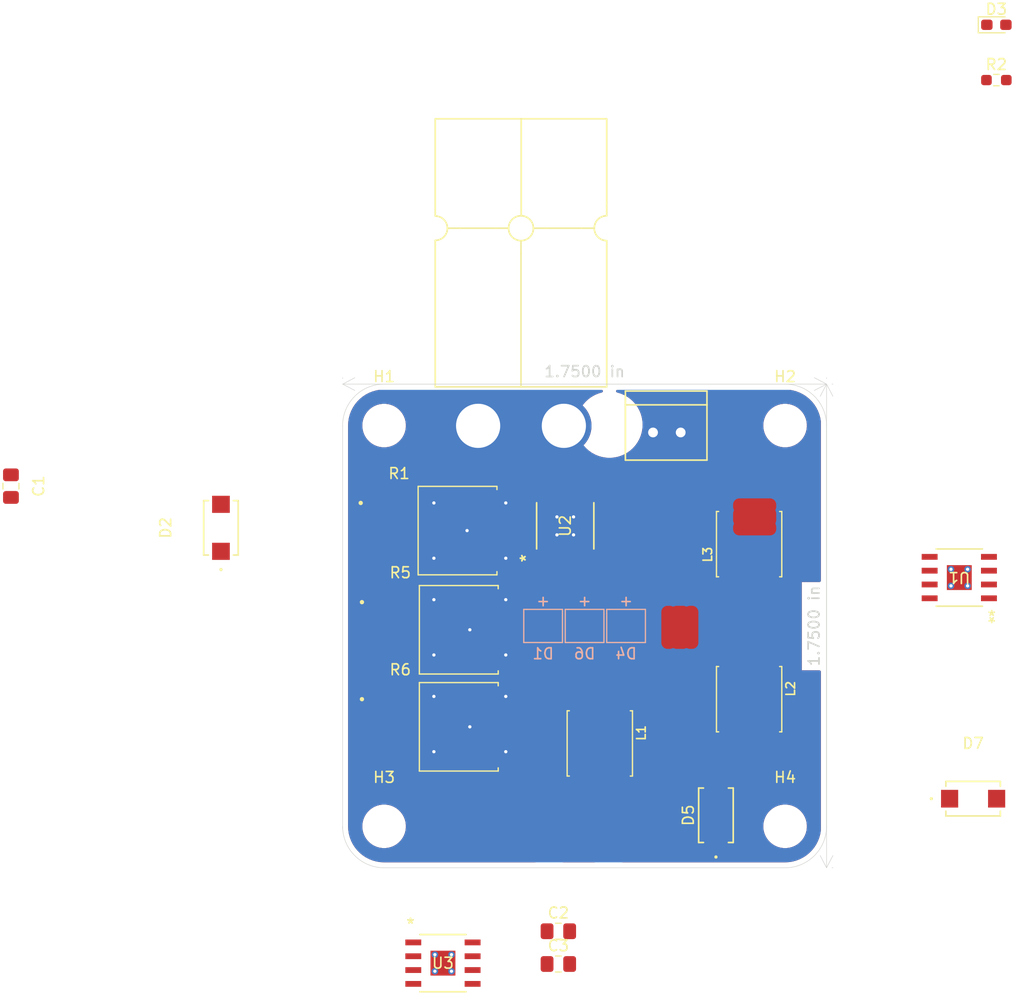
<source format=kicad_pcb>
(kicad_pcb (version 20240108) (generator "pcbnew") (generator_version "8.0")
  (layers (0 "F.Cu" signal) (31 "B.Cu" signal) (34 "B.Paste" user) (35 "F.Paste" user) (36 "B.SilkS" user "B.Silkscreen") (37 "F.SilkS" user "F.Silkscreen") (38 "B.Mask" user) (39 "F.Mask" user) (44 "Edge.Cuts" user))
  (net 0 "")
  (net 1 "GND")
  (net 2 "+12V")
  (net 3 "VSET")
  (net 4 "Net-(D1-A)")
  (net 5 "Net-(D1-K)")
  (net 6 "Net-(D3-A)")
  (net 7 "Net-(D4-A)")
  (net 8 "Net-(D4-K)")
  (net 9 "Net-(D6-K)")
  (net 10 "Net-(D6-A)")
  (net 11 "Net-(D2-A)")
  (net 12 "Net-(D5-A)")
  (net 13 "Net-(D7-A)")
  (footprint "MountingHole:MountingHole_3.5mm" (layer "F.Cu") (at 130.81 91.44)
    (property "Reference" "H3" (at 0 -4.5 0) (layer "F.SilkS"))
    (property "Value" "MountingHole")
    (pad "" np_thru_hole circle (at 0 0) (size 3.5 3.5) (drill 3.5) (layers "*.Cu" "*.Mask"))
  )
  (footprint "Capacitor_SMD:C_0805_2012Metric_Pad1.18x1.45mm_HandSolder" (layer "F.Cu") (at 146.8151 101.0812)
    (property "Reference" "C2" (at 0 -1.68 0) (layer "F.SilkS"))
    (property "Value" "22uF")
    (fp_line (start -0.261252 -0.735) (end 0.261252 -0.735) (stroke (width 0.12)) (layer "F.SilkS"))
    (fp_line (start -0.261252 0.735) (end 0.261252 0.735) (stroke (width 0.12)) (layer "F.SilkS"))
    (pad "1" smd roundrect (at -1.0375 0) (size 1.175 1.45) (layers "F.Cu" "F.Paste" "F.Mask") (roundrect_rratio 0.212766) (net 2 "+12V"))
    (pad "2" smd roundrect (at 1.0375 0) (size 1.175 1.45) (layers "F.Cu" "F.Paste" "F.Mask") (roundrect_rratio 0.212766) (net 1 "GND"))
  )
  (footprint "autofluorescence_board:SOIC_863ECR_DIO" (layer "F.Cu") (at 147.447 63.82385 90)
    (property "Reference" "U2" (at 0 0 90) (layer "F.SilkS"))
    (property "Value" "PAM2863ECR")
    (fp_line (start 2.1209 -2.6289) (end -2.1209 -2.6289) (stroke (width 0.1524)) (layer "F.SilkS"))
    (fp_line (start -2.1209 2.6289) (end 2.1209 2.6289) (stroke (width 0.1524)) (layer "F.SilkS"))
    (fp_text user "*" (at -2.97815 -3.5814 90) (layer "F.SilkS"))
    (fp_text user "*" (at -2.97815 -3.5814 90) (layer "F.SilkS"))
    (pad "1" smd rect (at -2.72415 -1.905 90) (size 1.4605 0.5334) (layers "F.Cu" "F.Paste" "F.Mask") (net 2 "+12V"))
    (pad "2" smd rect (at -2.72415 -0.635 90) (size 1.4605 0.5334) (layers "F.Cu" "F.Paste" "F.Mask") (net 7 "Net-(D4-A)"))
    (pad "3" smd rect (at -2.72415 0.635 90) (size 1.4605 0.5334) (layers "F.Cu" "F.Paste" "F.Mask") (net 1 "GND"))
    (pad "4" smd rect (at -2.72415 1.905 90) (size 1.4605 0.5334) (layers "F.Cu" "F.Paste" "F.Mask") (net 3 "VSET"))
    (pad "5" smd rect (at 2.72415 1.905 90) (size 1.4605 0.5334) (layers "F.Cu" "F.Paste" "F.Mask") (net 12 "Net-(D5-A)"))
    (pad "6" smd rect (at 2.72415 0.635 90) (size 1.4605 0.5334) (layers "F.Cu" "F.Paste" "F.Mask") (net 12 "Net-(D5-A)"))
    (pad "7" smd rect (at 2.72415 -0.635 90) (size 1.4605 0.5334) (layers "F.Cu" "F.Paste" "F.Mask") (net 1 "GND"))
    (pad "8" smd rect (at 2.72415 -1.905 90) (size 1.4605 0.5334) (layers "F.Cu" "F.Paste" "F.Mask") (net 1 "GND"))
    (pad "EPAD" smd rect (at 0 0 90) (size 2.286 2.286) (layers "F.Cu" "F.Paste" "F.Mask") (net 1 "GND"))
  )
  (footprint "MountingHole:MountingHole_3.5mm" (layer "F.Cu") (at 167.64 54.61)
    (property "Reference" "H2" (at 0 -4.5 0) (layer "F.SilkS"))
    (property "Value" "MountingHole")
    (pad "" np_thru_hole circle (at 0 0) (size 3.5 3.5) (drill 3.5) (layers "*.Cu" "*.Mask"))
  )
  (footprint "Capacitor_SMD:C_0805_2012Metric_Pad1.18x1.45mm_HandSolder" (layer "F.Cu") (at 96.534 60.1765 90)
    (property "Reference" "C1" (at 0 2.54 90) (layer "F.SilkS"))
    (property "Value" "22uF")
    (fp_line (start -0.261252 -0.735) (end 0.261252 -0.735) (stroke (width 0.12)) (layer "F.SilkS"))
    (fp_line (start -0.261252 0.735) (end 0.261252 0.735) (stroke (width 0.12)) (layer "F.SilkS"))
    (pad "1" smd roundrect (at -1.0375 0 90) (size 1.175 1.45) (layers "F.Cu" "F.Paste" "F.Mask") (roundrect_rratio 0.212766) (net 2 "+12V"))
    (pad "2" smd roundrect (at 1.0375 0 90) (size 1.175 1.45) (layers "F.Cu" "F.Paste" "F.Mask") (roundrect_rratio 0.212766) (net 1 "GND"))
  )
  (footprint "autofluorescence_board:PWR163S-25-R100FE" (layer "F.Cu") (at 136.01 64.262)
    (property "Reference" "R1" (at -3.825 -5.245 360) (layer "F.SilkS"))
    (property "Value" "0.1R")
    (fp_line (start -2.075 -4.065) (end 5.165 -4.065) (stroke (width 0.127)) (layer "F.SilkS"))
    (fp_line (start -2.075 4.065) (end -2.075 -4.065) (stroke (width 0.127)) (layer "F.SilkS"))
    (fp_line (start 5.165 -4.065) (end 5.165 -3.77) (stroke (width 0.127)) (layer "F.SilkS"))
    (fp_line (start 5.165 4.065) (end -2.075 4.065) (stroke (width 0.127)) (layer "F.SilkS"))
    (fp_line (start 5.165 4.065) (end 5.165 3.77) (stroke (width 0.127)) (layer "F.SilkS"))
    (fp_circle (center -7.35 -2.54) (end -7.25 -2.54) (stroke (width 0.2)) (fill none) (layer "F.SilkS"))
    (pad "1" smd rect (at -5.2 -2.54) (size 2.99 1.34) (layers "F.Cu" "F.Paste" "F.Mask") (net 2 "+12V"))
    (pad "2" smd rect (at -5.2 2.54) (size 2.99 1.34) (layers "F.Cu" "F.Paste" "F.Mask") (net 4 "Net-(D1-A)"))
    (pad "3" smd rect (at 2.56 0) (size 8.26 6.9) (layers "F.Cu" "F.Mask") (net 1 "GND"))
  )
  (footprint "autofluorescence_board:SRN6045TA-470M" (layer "F.Cu") (at 150.622 83.82 -90)
    (property "Reference" "L1" (at -0.96 -3.808 -90) (layer "F.SilkS") (effects (font (size 0.8 0.8))))
    (property "Value" "47uH")
    (fp_line (start -3 3) (end 3 3) (stroke (width 0.127)) (layer "F.SilkS"))
    (fp_line (start 3 3) (end 3 2.8) (stroke (width 0.127)) (layer "F.SilkS"))
    (fp_line (start -3 2.8) (end -3 3) (stroke (width 0.127)) (layer "F.SilkS"))
    (fp_line (start -3 -2.8) (end -3 -3) (stroke (width 0.127)) (layer "F.SilkS"))
    (fp_line (start -3 -3) (end 3 -3) (stroke (width 0.127)) (layer "F.SilkS"))
    (fp_line (start 3 -3) (end 3 -2.8) (stroke (width 0.127)) (layer "F.SilkS"))
    (pad "1" smd rect (at -2.075 0 270) (size 2.35 5.1) (layers "F.Cu" "F.Paste" "F.Mask") (net 5 "Net-(D1-K)"))
    (pad "2" smd rect (at 2.075 0 270) (size 2.35 5.1) (layers "F.Cu" "F.Paste" "F.Mask") (net 11 "Net-(D2-A)"))
  )
  (footprint "autofluorescence_board:SOIC_863ECR_DIO" (layer "F.Cu") (at 136.21385 104.013)
    (property "Reference" "U3" (at 0 0 0) (layer "F.SilkS"))
    (property "Value" "PAM2863ECR")
    (fp_line (start -2.1209 2.6289) (end 2.1209 2.6289) (stroke (width 0.1524)) (layer "F.SilkS"))
    (fp_line (start 2.1209 -2.6289) (end -2.1209 -2.6289) (stroke (width 0.1524)) (layer "F.SilkS"))
    (fp_text user "*" (at -2.97815 -3.5814 0) (layer "F.SilkS"))
    (fp_text user "*" (at -2.97815 -3.5814 0) (layer "F.SilkS"))
    (pad "1" smd rect (at -2.72415 -1.905) (size 1.4605 0.5334) (layers "F.Cu" "F.Paste" "F.Mask") (net 2 "+12V"))
    (pad "2" smd rect (at -2.72415 -0.635) (size 1.4605 0.5334) (layers "F.Cu" "F.Paste" "F.Mask") (net 10 "Net-(D6-A)"))
    (pad "3" smd rect (at -2.72415 0.635) (size 1.4605 0.5334) (layers "F.Cu" "F.Paste" "F.Mask") (net 1 "GND"))
    (pad "4" smd rect (at -2.72415 1.905) (size 1.4605 0.5334) (layers "F.Cu" "F.Paste" "F.Mask") (net 3 "VSET"))
    (pad "5" smd rect (at 2.72415 1.905) (size 1.4605 0.5334) (layers "F.Cu" "F.Paste" "F.Mask") (net 13 "Net-(D7-A)"))
    (pad "6" smd rect (at 2.72415 0.635) (size 1.4605 0.5334) (layers "F.Cu" "F.Paste" "F.Mask") (net 13 "Net-(D7-A)"))
    (pad "7" smd rect (at 2.72415 -0.635) (size 1.4605 0.5334) (layers "F.Cu" "F.Paste" "F.Mask") (net 1 "GND"))
    (pad "8" smd rect (at 2.72415 -1.905) (size 1.4605 0.5334) (layers "F.Cu" "F.Paste" "F.Mask") (net 1 "GND"))
    (pad "EPAD" smd rect (at 0 0) (size 2.286 2.286) (layers "F.Cu" "F.Paste" "F.Mask") (net 1 "GND"))
  )
  (footprint "autofluorescence_board:SRN6045TA-470M" (layer "F.Cu") (at 164.338 79.756 -90)
    (property "Reference" "L2" (at -0.96 -3.808 -90) (layer "F.SilkS") (effects (font (size 0.8 0.8))))
    (property "Value" "47uH")
    (fp_line (start -3 3) (end 3 3) (stroke (width 0.127)) (layer "F.SilkS"))
    (fp_line (start 3 3) (end 3 2.8) (stroke (width 0.127)) (layer "F.SilkS"))
    (fp_line (start -3 2.8) (end -3 3) (stroke (width 0.127)) (layer "F.SilkS"))
    (fp_line (start -3 -2.8) (end -3 -3) (stroke (width 0.127)) (layer "F.SilkS"))
    (fp_line (start -3 -3) (end 3 -3) (stroke (width 0.127)) (layer "F.SilkS"))
    (fp_line (start 3 -3) (end 3 -2.8) (stroke (width 0.127)) (layer "F.SilkS"))
    (pad "1" smd rect (at -2.075 0 270) (size 2.35 5.1) (layers "F.Cu" "F.Paste" "F.Mask") (net 8 "Net-(D4-K)"))
    (pad "2" smd rect (at 2.075 0 270) (size 2.35 5.1) (layers "F.Cu" "F.Paste" "F.Mask") (net 12 "Net-(D5-A)"))
  )
  (footprint "Capacitor_SMD:C_0805_2012Metric_Pad1.18x1.45mm_HandSolder" (layer "F.Cu") (at 146.8151 104.0912)
    (property "Reference" "C3" (at 0 -1.68 0) (layer "F.SilkS"))
    (property "Value" "22uF")
    (fp_line (start -0.261252 -0.735) (end 0.261252 -0.735) (stroke (width 0.12)) (layer "F.SilkS"))
    (fp_line (start -0.261252 0.735) (end 0.261252 0.735) (stroke (width 0.12)) (layer "F.SilkS"))
    (pad "1" smd roundrect (at -1.0375 0) (size 1.175 1.45) (layers "F.Cu" "F.Paste" "F.Mask") (roundrect_rratio 0.212766) (net 2 "+12V"))
    (pad "2" smd roundrect (at 1.0375 0) (size 1.175 1.45) (layers "F.Cu" "F.Paste" "F.Mask") (roundrect_rratio 0.212766) (net 1 "GND"))
  )
  (footprint "autofluorescence_board:PWR163S-25-R100FE" (layer "F.Cu") (at 136.124 82.296)
    (property "Reference" "R6" (at -3.825 -5.245 0) (layer "F.SilkS"))
    (property "Value" "0.1R")
    (fp_line (start -2.075 -4.065) (end 5.165 -4.065) (stroke (width 0.127)) (layer "F.SilkS"))
    (fp_line (start -2.075 4.065) (end -2.075 -4.065) (stroke (width 0.127)) (layer "F.SilkS"))
    (fp_line (start 5.165 -4.065) (end 5.165 -3.77) (stroke (width 0.127)) (layer "F.SilkS"))
    (fp_line (start 5.165 4.065) (end -2.075 4.065) (stroke (width 0.127)) (layer "F.SilkS"))
    (fp_line (start 5.165 4.065) (end 5.165 3.77) (stroke (width 0.127)) (layer "F.SilkS"))
    (fp_circle (center -7.35 -2.54) (end -7.25 -2.54) (stroke (width 0.2)) (fill none) (layer "F.SilkS"))
    (pad "1" smd rect (at -5.2 -2.54) (size 2.99 1.34) (layers "F.Cu" "F.Paste" "F.Mask") (net 2 "+12V"))
    (pad "2" smd rect (at -5.2 2.54) (size 2.99 1.34) (layers "F.Cu" "F.Paste" "F.Mask") (net 10 "Net-(D6-A)"))
    (pad "3" smd rect (at 2.56 0) (size 8.26 6.9) (layers "F.Cu" "F.Mask") (net 1 "GND"))
  )
  (footprint "MRDT_Connectors:MOLEX_SL_02_Vertical" (layer "F.Cu") (at 155.5115 55.245)
    (property "Reference" "Conn2" (hide yes))
    (property "Value" "Molex_SL_02")
    (fp_line (start -2.54 -3.81) (end 4.953 -3.81) (stroke (width 0.15)) (layer "F.SilkS"))
    (fp_line (start -2.54 -2.54) (end -2.54 -3.81) (stroke (width 0.15)) (layer "F.SilkS"))
    (fp_line (start -2.54 -2.54) (end -2.54 2.54) (stroke (width 0.15)) (layer "F.SilkS"))
    (fp_line (start -2.54 -2.54) (end 4.953 -2.54) (stroke (width 0.15)) (layer "F.SilkS"))
    (fp_line (start 4.953 -3.81) (end 4.953 -2.54) (stroke (width 0.15)) (layer "F.SilkS"))
    (fp_line (start 4.953 -2.54) (end 4.953 2.54) (stroke (width 0.15)) (layer "F.SilkS"))
    (fp_line (start 4.953 2.54) (end -2.54 2.54) (stroke (width 0.15)) (layer "F.SilkS"))
    (pad "1" thru_hole circle (at 0 0) (size 1.524 1.524) (drill 0.9) (layers "*.Cu" "*.Mask") (net 3 "VSET"))
    (pad "2" thru_hole circle (at 2.54 0) (size 1.524 1.524) (drill 0.9) (layers "*.Cu" "*.Mask") (net 1 "GND"))
  )
  (footprint "Resistor_SMD:R_0603_1608Metric_Pad0.98x0.95mm_HandSolder" (layer "F.Cu") (at 187.0475 22.86)
    (property "Reference" "R2" (at 0 -1.43 0) (layer "F.SilkS"))
    (property "Value" "2.2k")
    (fp_line (start -0.254724 -0.5225) (end 0.254724 -0.5225) (stroke (width 0.12)) (layer "F.SilkS"))
    (fp_line (start -0.254724 0.5225) (end 0.254724 0.5225) (stroke (width 0.12)) (layer "F.SilkS"))
    (pad "1" smd roundrect (at -0.9125 0) (size 0.975 0.95) (layers "F.Cu" "F.Paste" "F.Mask") (net 2 "+12V"))
    (pad "2" smd roundrect (at 0.9125 0) (size 0.975 0.95) (layers "F.Cu" "F.Paste" "F.Mask") (net 6 "Net-(D3-A)"))
  )
  (footprint "autofluorescence_board:SK34A-LTP" (layer "F.Cu") (at 161.29 90.424 90)
    (property "Reference" "D5" (at 0 -2.54 90) (layer "F.SilkS"))
    (property "Value" "D_Schottky")
    (fp_line (start 2.5019 -1.5875) (end -2.5019 -1.5875) (stroke (width 0.1524)) (layer "F.SilkS"))
    (fp_line (start -2.5019 -1.5875) (end -2.5019 -1.14554) (stroke (width 0.1524)) (layer "F.SilkS"))
    (fp_line (start 2.5019 -1.14554) (end 2.5019 -1.5875) (stroke (width 0.1524)) (layer "F.SilkS"))
    (fp_line (start -2.5019 1.14554) (end -2.5019 1.5875) (stroke (width 0.1524)) (layer "F.SilkS"))
    (fp_line (start 2.5019 1.5875) (end 2.5019 1.14554) (stroke (width 0.1524)) (layer "F.SilkS"))
    (fp_line (start -2.5019 1.5875) (end 2.5019 1.5875) (stroke (width 0.1524)) (layer "F.SilkS"))
    (fp_circle (center -3.8354 0) (end -3.7592 0) (stroke (width 0.1524)) (fill none) (layer "F.SilkS"))
    (pad "1" smd rect (at -2.159 0 90) (size 1.5748 1.6256) (layers "F.Cu" "F.Paste" "F.Mask") (net 2 "+12V"))
    (pad "2" smd rect (at 2.159 0 90) (size 1.5748 1.6256) (layers "F.Cu" "F.Paste" "F.Mask") (net 12 "Net-(D5-A)"))
    (zone (net 0) (net_name "") (layer "F.Cu") (connect_pads (clearance 0)) (min_thickness 0.254)
      (keepout (tracks not_allowed) (vias not_allowed) (pads allowed) (copperpour not_allowed) (footprints allowed))
      (fill (thermal_gap 0.508) (thermal_bridge_width 0.508))
      (polygon (pts (xy 159.8803 91.7448) (xy 159.8803 89.1032) (xy 162.6997 89.1032) (xy 162.6997 91.7448)))
    )
  )
  (footprint "MountingHole:MountingHole_3.5mm" (layer "F.Cu") (at 167.64 91.44)
    (property "Reference" "H4" (at 0 -4.5 0) (layer "F.SilkS"))
    (property "Value" "MountingHole")
    (pad "" np_thru_hole circle (at 0 0) (size 3.5 3.5) (drill 3.5) (layers "*.Cu" "*.Mask"))
  )
  (footprint "MountingHole:MountingHole_3.5mm" (layer "F.Cu") (at 130.81 54.61)
    (property "Reference" "H1" (at 0 -4.5 0) (layer "F.SilkS"))
    (property "Value" "MountingHole")
    (pad "" np_thru_hole circle (at 0 0) (size 3.5 3.5) (drill 3.5) (layers "*.Cu" "*.Mask"))
  )
  (footprint "MRDT_Connectors:Anderson_2_Horizontal_Side_by_Side" (layer "F.Cu") (at 147.32 54.61 -90)
    (property "Reference" "Conn1" (hide yes))
    (property "Value" "AndersonPP")
    (fp_line (start -20.447 11.811) (end -19.2786 11.811) (stroke (width 0.15)) (layer "F.SilkS"))
    (fp_line (start -20.4216 11.811) (end -28.1686 11.811) (stroke (width 0.15)) (layer "F.SilkS"))
    (fp_line (start -15.8496 11.811) (end -3.556 11.811) (stroke (width 0.15)) (layer "F.SilkS"))
    (fp_line (start -15.8242 11.811) (end -17.018 11.811) (stroke (width 0.15)) (layer "F.SilkS"))
    (fp_line (start -18.1356 9.4996) (end -18.1356 10.668) (stroke (width 0.15)) (layer "F.SilkS"))
    (fp_line (start -18.1356 6.223) (end -18.1356 9.525) (stroke (width 0.15)) (layer "F.SilkS"))
    (fp_line (start -18.1356 6.223) (end -18.1356 5.08) (stroke (width 0.15)) (layer "F.SilkS"))
    (fp_line (start -15.8496 3.937) (end -16.9926 3.937) (stroke (width 0.15)) (layer "F.SilkS"))
    (fp_line (start -15.8496 3.937) (end -3.556 3.937) (stroke (width 0.15)) (layer "F.SilkS"))
    (fp_line (start -28.1686 3.9116) (end -19.2786 3.9116) (stroke (width 0.15)) (layer "F.SilkS"))
    (fp_line (start -18.1356 1.651) (end -18.1356 2.794) (stroke (width 0.15)) (layer "F.SilkS"))
    (fp_line (start -18.1356 1.651) (end -18.1356 -1.6256) (stroke (width 0.15)) (layer "F.SilkS"))
    (fp_line (start -18.1356 -2.794) (end -18.1356 -1.6256) (stroke (width 0.15)) (layer "F.SilkS"))
    (fp_line (start -28.194 -3.937) (end -28.194 11.811) (stroke (width 0.15)) (layer "F.SilkS"))
    (fp_line (start -28.1686 -3.937) (end -20.4216 -3.937) (stroke (width 0.15)) (layer "F.SilkS"))
    (fp_line (start -19.2786 -3.937) (end -20.4978 -3.937) (stroke (width 0.15)) (layer "F.SilkS"))
    (fp_line (start -15.875 -3.937) (end -16.9672 -3.937) (stroke (width 0.15)) (layer "F.SilkS"))
    (fp_line (start -15.8496 -3.937) (end -3.556 -3.937) (stroke (width 0.15)) (layer "F.SilkS"))
    (fp_line (start -3.556 -3.937) (end -3.556 11.811) (stroke (width 0.15)) (layer "F.SilkS"))
    (fp_arc (start -19.2532 11.811) (mid -18.925863 11.020737) (end -18.1356 10.6934) (stroke (width 0.15)) (layer "F.SilkS"))
    (fp_arc (start -18.1356 10.6934) (mid -17.345337 11.020737) (end -17.018 11.811) (stroke (width 0.15)) (layer "F.SilkS"))
    (fp_arc (start -18.1356 -2.794) (mid -18.943823 -3.128777) (end -19.2786 -3.937) (stroke (width 0.15)) (layer "F.SilkS"))
    (fp_arc (start -16.9926 -3.937) (mid -17.327377 -3.128777) (end -18.1356 -2.794) (stroke (width 0.15)) (layer "F.SilkS"))
    (fp_circle (center -18.1356 3.937) (end -18.1356 5.08) (stroke (width 0.15)) (fill none) (layer "F.SilkS"))
    (pad "1" thru_hole circle (at 0.0254 0 270) (size 5.08 5.08) (drill 4.06) (layers "*.Cu" "*.Mask" "F.Paste") (net 1 "GND"))
    (pad "2" thru_hole circle (at 0.0254 7.874 270) (size 5.08 5.08) (drill 4.06) (layers "*.Cu" "*.Mask" "F.Paste") (net 2 "+12V"))
  )
  (footprint "autofluorescence_board:SK34A-LTP" (layer "F.Cu") (at 184.912 88.9)
    (property "Reference" "D7" (at 0 -5.08 0) (layer "F.SilkS"))
    (property "Value" "D_Schottky")
    (fp_line (start -2.5019 -1.5875) (end -2.5019 -1.14554) (stroke (width 0.1524)) (layer "F.SilkS"))
    (fp_line (start -2.5019 1.14554) (end -2.5019 1.5875) (stroke (width 0.1524)) (layer "F.SilkS"))
    (fp_line (start -2.5019 1.5875) (end 2.5019 1.5875) (stroke (width 0.1524)) (layer "F.SilkS"))
    (fp_line (start 2.5019 -1.5875) (end -2.5019 -1.5875) (stroke (width 0.1524)) (layer "F.SilkS"))
    (fp_line (start 2.5019 -1.14554) (end 2.5019 -1.5875) (stroke (width 0.1524)) (layer "F.SilkS"))
    (fp_line (start 2.5019 1.5875) (end 2.5019 1.14554) (stroke (width 0.1524)) (layer "F.SilkS"))
    (fp_circle (center -3.8354 0) (end -3.7592 0) (stroke (width 0.1524)) (fill none) (layer "F.SilkS"))
    (pad "1" smd rect (at -2.159 0) (size 1.5748 1.6256) (layers "F.Cu" "F.Paste" "F.Mask") (net 2 "+12V"))
    (pad "2" smd rect (at 2.159 0) (size 1.5748 1.6256) (layers "F.Cu" "F.Paste" "F.Mask") (net 13 "Net-(D7-A)"))
    (zone (net 0) (net_name "") (layer "F.Cu") (connect_pads (clearance 0)) (min_thickness 0.254)
      (keepout (tracks not_allowed) (vias not_allowed) (pads allowed) (copperpour not_allowed) (footprints allowed))
      (fill (thermal_gap 0.508) (thermal_bridge_width 0.508))
      (polygon (pts (xy 183.5912 87.4903) (xy 186.2328 87.4903) (xy 186.2328 90.3097) (xy 183.5912 90.3097)))
    )
  )
  (footprint "autofluorescence_board:SK34A-LTP" (layer "F.Cu") (at 115.824 64.008 90)
    (property "Reference" "D2" (at 0 -5.08 90) (layer "F.SilkS"))
    (property "Value" "D_Schottky")
    (fp_line (start 2.5019 -1.5875) (end -2.5019 -1.5875) (stroke (width 0.1524)) (layer "F.SilkS"))
    (fp_line (start -2.5019 -1.5875) (end -2.5019 -1.14554) (stroke (width 0.1524)) (layer "F.SilkS"))
    (fp_line (start 2.5019 -1.14554) (end 2.5019 -1.5875) (stroke (width 0.1524)) (layer "F.SilkS"))
    (fp_line (start -2.5019 1.14554) (end -2.5019 1.5875) (stroke (width 0.1524)) (layer "F.SilkS"))
    (fp_line (start 2.5019 1.5875) (end 2.5019 1.14554) (stroke (width 0.1524)) (layer "F.SilkS"))
    (fp_line (start -2.5019 1.5875) (end 2.5019 1.5875) (stroke (width 0.1524)) (layer "F.SilkS"))
    (fp_circle (center -3.8354 0) (end -3.7592 0) (stroke (width 0.1524)) (fill none) (layer "F.SilkS"))
    (pad "1" smd rect (at -2.159 0 90) (size 1.5748 1.6256) (layers "F.Cu" "F.Paste" "F.Mask") (net 2 "+12V"))
    (pad "2" smd rect (at 2.159 0 90) (size 1.5748 1.6256) (layers "F.Cu" "F.Paste" "F.Mask") (net 11 "Net-(D2-A)"))
    (zone (net 0) (net_name "") (layer "F.Cu") (connect_pads (clearance 0)) (min_thickness 0.254)
      (keepout (tracks not_allowed) (vias not_allowed) (pads allowed) (copperpour not_allowed) (footprints allowed))
      (fill (thermal_gap 0.508) (thermal_bridge_width 0.508))
      (polygon (pts (xy 114.4143 65.3288) (xy 114.4143 62.6872) (xy 117.2337 62.6872) (xy 117.2337 65.3288)))
    )
  )
  (footprint "autofluorescence_board:SRN6045TA-470M" (layer "F.Cu") (at 164.338 65.5066 90)
    (property "Reference" "L3" (at -0.96 -3.808 90) (layer "F.SilkS") (effects (font (size 0.8 0.8))))
    (property "Value" "47uH")
    (fp_line (start 3 -3) (end 3 -2.8) (stroke (width 0.127)) (layer "F.SilkS"))
    (fp_line (start -3 -3) (end 3 -3) (stroke (width 0.127)) (layer "F.SilkS"))
    (fp_line (start -3 -2.8) (end -3 -3) (stroke (width 0.127)) (layer "F.SilkS"))
    (fp_line (start -3 2.8) (end -3 3) (stroke (width 0.127)) (layer "F.SilkS"))
    (fp_line (start 3 3) (end 3 2.8) (stroke (width 0.127)) (layer "F.SilkS"))
    (fp_line (start -3 3) (end 3 3) (stroke (width 0.127)) (layer "F.SilkS"))
    (pad "1" smd rect (at -2.075 0 90) (size 2.35 5.1) (layers "F.Cu" "F.Paste" "F.Mask") (net 9 "Net-(D6-K)"))
    (pad "2" smd rect (at 2.075 0 90) (size 2.35 5.1) (layers "F.Cu" "F.Paste" "F.Mask") (net 13 "Net-(D7-A)"))
  )
  (footprint "autofluorescence_board:PWR163S-25-R100FE" (layer "F.Cu") (at 136.124 73.378)
    (property "Reference" "R5" (at -3.825 -5.245 360) (layer "F.SilkS"))
    (property "Value" "0.1R")
    (fp_line (start -2.075 -4.065) (end 5.165 -4.065) (stroke (width 0.127)) (layer "F.SilkS"))
    (fp_line (start -2.075 4.065) (end -2.075 -4.065) (stroke (width 0.127)) (layer "F.SilkS"))
    (fp_line (start 5.165 -4.065) (end 5.165 -3.77) (stroke (width 0.127)) (layer "F.SilkS"))
    (fp_line (start 5.165 4.065) (end -2.075 4.065) (stroke (width 0.127)) (layer "F.SilkS"))
    (fp_line (start 5.165 4.065) (end 5.165 3.77) (stroke (width 0.127)) (layer "F.SilkS"))
    (fp_circle (center -7.35 -2.54) (end -7.25 -2.54) (stroke (width 0.2)) (fill none) (layer "F.SilkS"))
    (pad "1" smd rect (at -5.2 -2.54) (size 2.99 1.34) (layers "F.Cu" "F.Paste" "F.Mask") (net 2 "+12V"))
    (pad "2" smd rect (at -5.2 2.54) (size 2.99 1.34) (layers "F.Cu" "F.Paste" "F.Mask") (net 7 "Net-(D4-A)"))
    (pad "3" smd rect (at 2.56 0) (size 8.26 6.9) (layers "F.Cu" "F.Mask") (net 1 "GND"))
  )
  (footprint "autofluorescence_board:SOIC_863ECR_DIO" (layer "F.Cu") (at 183.642 68.58 180)
    (property "Reference" "U1" (at 0 0 180) (layer "F.SilkS"))
    (property "Value" "PAM2863ECR")
    (fp_line (start 2.1209 -2.6289) (end -2.1209 -2.6289) (stroke (width 0.1524)) (layer "F.SilkS"))
    (fp_line (start -2.1209 2.6289) (end 2.1209 2.6289) (stroke (width 0.1524)) (layer "F.SilkS"))
    (fp_text user "*" (at -2.97815 -3.5814 180) (layer "F.SilkS"))
    (fp_text user "*" (at -2.97815 -3.5814 180) (layer "F.SilkS"))
    (pad "1" smd rect (at -2.72415 -1.905 180) (size 1.4605 0.5334) (layers "F.Cu" "F.Paste" "F.Mask") (net 2 "+12V"))
    (pad "2" smd rect (at -2.72415 -0.635 180) (size 1.4605 0.5334) (layers "F.Cu" "F.Paste" "F.Mask") (net 4 "Net-(D1-A)"))
    (pad "3" smd rect (at -2.72415 0.635 180) (size 1.4605 0.5334) (layers "F.Cu" "F.Paste" "F.Mask") (net 1 "GND"))
    (pad "4" smd rect (at -2.72415 1.905 180) (size 1.4605 0.5334) (layers "F.Cu" "F.Paste" "F.Mask") (net 3 "VSET"))
    (pad "5" smd rect (at 2.72415 1.905 180) (size 1.4605 0.5334) (layers "F.Cu" "F.Paste" "F.Mask") (net 11 "Net-(D2-A)"))
    (pad "6" smd rect (at 2.72415 0.635 180) (size 1.4605 0.5334) (layers "F.Cu" "F.Paste" "F.Mask") (net 11 "Net-(D2-A)"))
    (pad "7" smd rect (at 2.72415 -0.635 180) (size 1.4605 0.5334) (layers "F.Cu" "F.Paste" "F.Mask") (net 1 "GND"))
    (pad "8" smd rect (at 2.72415 -1.905 180) (size 1.4605 0.5334) (layers "F.Cu" "F.Paste" "F.Mask") (net 1 "GND"))
    (pad "EPAD" smd rect (at 0 0 180) (size 2.286 2.286) (layers "F.Cu" "F.Paste" "F.Mask") (net 1 "GND"))
  )
  (footprint "LED_SMD:LED_0603_1608Metric_Pad1.05x0.95mm_HandSolder" (layer "F.Cu") (at 187.0475 17.78)
    (property "Reference" "D3" (at 0 -1.43 0) (layer "F.SilkS"))
    (property "Value" "GREEN")
    (fp_line (start -1.66 -0.735) (end -1.66 0.735) (stroke (width 0.12)) (layer "F.SilkS"))
    (fp_line (start -1.66 0.735) (end 0.8 0.735) (stroke (width 0.12)) (layer "F.SilkS"))
    (fp_line (start 0.8 -0.735) (end -1.66 -0.735) (stroke (width 0.12)) (layer "F.SilkS"))
    (pad "1" smd roundrect (at -0.875 0) (size 1.05 0.95) (layers "F.Cu" "F.Paste" "F.Mask") (net 1 "GND"))
    (pad "2" smd roundrect (at 0.875 0) (size 1.05 0.95) (layers "F.Cu" "F.Paste" "F.Mask") (net 6 "Net-(D3-A)"))
  )
  (footprint "SBT-10X-UV-A120-AHXXX-22:SBT-10X-UV-A120-AHXXX-22" (layer "B.Cu") (at 153.035 73.025 90)
    (property "Reference" "D4" (at -2.554 0 0) (layer "B.SilkS") (effects (justify mirror)))
    (property "Value" "390nm")
    (fp_line (start 1.524 -1.778) (end 1.524 -1.524) (stroke (width 0.12)) (layer "B.SilkS"))
    (fp_line (start -1.524 -1.778) (end 1.524 -1.778) (stroke (width 0.12)) (layer "B.SilkS"))
    (fp_line (start 1.524 -1.524) (end 1.524 1.778) (stroke (width 0.12)) (layer "B.SilkS"))
    (fp_line (start -1.524 1.778) (end -1.524 -1.778) (stroke (width 0.12)) (layer "B.SilkS"))
    (fp_line (start -1.524 1.778) (end 1.524 1.778) (stroke (width 0.12)) (layer "B.SilkS"))
    (fp_text user "+" (at 1.524 -0.508 -90) (layer "B.SilkS") (effects (justify left bottom mirror)))
    (pad "1" smd roundrect (at -1.03 0 90) (size 0.34 2.96) (layers "B.Cu" "B.Paste" "B.Mask") (net 8 "Net-(D4-K)"))
    (pad "2" smd roundrect (at 1.03 0 90) (size 0.34 2.96) (layers "B.Cu" "B.Paste" "B.Mask") (net 7 "Net-(D4-A)"))
    (pad "3" smd roundrect (at 0 0 90) (size 1 2.96) (layers "B.Cu" "B.Paste" "B.Mask"))
  )
  (footprint "SBT-10X-UV-A120-AHXXX-22:SBT-10X-UV-A120-AHXXX-22" (layer "B.Cu") (at 149.225 73.025 90)
    (property "Reference" "D6" (at -2.554 0 0) (layer "B.SilkS") (effects (justify mirror)))
    (property "Value" "400nm")
    (fp_line (start 1.524 -1.778) (end 1.524 -1.524) (stroke (width 0.12)) (layer "B.SilkS"))
    (fp_line (start -1.524 -1.778) (end 1.524 -1.778) (stroke (width 0.12)) (layer "B.SilkS"))
    (fp_line (start 1.524 -1.524) (end 1.524 1.778) (stroke (width 0.12)) (layer "B.SilkS"))
    (fp_line (start -1.524 1.778) (end -1.524 -1.778) (stroke (width 0.12)) (layer "B.SilkS"))
    (fp_line (start -1.524 1.778) (end 1.524 1.778) (stroke (width 0.12)) (layer "B.SilkS"))
    (fp_text user "+" (at 1.524 -0.508 -90) (layer "B.SilkS") (effects (justify left bottom mirror)))
    (pad "1" smd roundrect (at -1.03 0 90) (size 0.34 2.96) (layers "B.Cu" "B.Paste" "B.Mask") (net 9 "Net-(D6-K)"))
    (pad "2" smd roundrect (at 1.03 0 90) (size 0.34 2.96) (layers "B.Cu" "B.Paste" "B.Mask") (net 10 "Net-(D6-A)"))
    (pad "3" smd roundrect (at 0 0 90) (size 1 2.96) (layers "B.Cu" "B.Paste" "B.Mask"))
  )
  (footprint "SBT-10X-UV-A120-AHXXX-22:SBT-10X-UV-A120-AHXXX-22" (layer "B.Cu") (at 145.415 73.025 90)
    (property "Reference" "D1" (at -2.554 0 0) (layer "B.SilkS") (effects (justify mirror)))
    (property "Value" "380nm")
    (fp_line (start 1.524 -1.778) (end 1.524 -1.524) (stroke (width 0.12)) (layer "B.SilkS"))
    (fp_line (start -1.524 -1.778) (end 1.524 -1.778) (stroke (width 0.12)) (layer "B.SilkS"))
    (fp_line (start 1.524 -1.524) (end 1.524 1.778) (stroke (width 0.12)) (layer "B.SilkS"))
    (fp_line (start -1.524 1.778) (end -1.524 -1.778) (stroke (width 0.12)) (layer "B.SilkS"))
    (fp_line (start -1.524 1.778) (end 1.524 1.778) (stroke (width 0.12)) (layer "B.SilkS"))
    (fp_text user "+" (at 1.524 -0.508 -90) (layer "B.SilkS") (effects (justify left bottom mirror)))
    (pad "1" smd roundrect (at -1.03 0 90) (size 0.34 2.96) (layers "B.Cu" "B.Paste" "B.Mask") (net 5 "Net-(D1-K)"))
    (pad "2" smd roundrect (at 1.03 0 90) (size 0.34 2.96) (layers "B.Cu" "B.Paste" "B.Mask") (net 4 "Net-(D1-A)"))
    (pad "3" smd roundrect (at 0 0 90) (size 1 2.96) (layers "B.Cu" "B.Paste" "B.Mask"))
  )
  (gr_line (start 127 54.61) (end 127 91.694) (stroke (width 0.05)) (layer "Edge.Cuts"))
  (gr_line (start 167.64 50.8) (end 130.81 50.8) (stroke (width 0.05)) (layer "Edge.Cuts"))
  (gr_line (start 171.45 91.44) (end 171.45 54.61) (stroke (width 0.05)) (layer "Edge.Cuts"))
  (gr_arc (start 130.81 95.25) (mid 128.115923 94.134077) (end 127 91.44) (stroke (width 0.05)) (layer "Edge.Cuts"))
  (gr_arc (start 127 54.61) (mid 128.115923 51.915923) (end 130.81 50.8) (stroke (width 0.05)) (layer "Edge.Cuts"))
  (gr_arc (start 167.64 50.8) (mid 170.334077 51.915923) (end 171.45 54.61) (stroke (width 0.05)) (layer "Edge.Cuts"))
  (gr_arc (start 171.45 91.44) (mid 170.334077 94.134077) (end 167.64 95.25) (stroke (width 0.05)) (layer "Edge.Cuts"))
  (gr_line (start 130.81 95.25) (end 167.64 95.25) (stroke (width 0.05)) (layer "Edge.Cuts"))
  (dimension (type aligned) (layer "Edge.Cuts") (pts (xy 171.45 50.8) (xy 171.45 95.25)) (height 0) (gr_text "1.7500 in" (at 170.3 73.025 90) (layer "Edge.Cuts") (effects (font (size 1 1) (thickness 0.15)))) (format (prefix "") (suffix "") (units 0) (units_format 1) (precision 4)) (style (thickness 0.05) (arrow_length 1.27) (text_position_mode 0) (extension_height 0.58642) (extension_offset 0.5) keep_text_aligned))
  (dimension (type aligned) (layer "Edge.Cuts") (pts (xy 127 50.8) (xy 171.45 50.8)) (height 0) (gr_text "1.7500 in" (at 149.225 49.65 0) (layer "Edge.Cuts") (effects (font (size 1 1) (thickness 0.15)))) (format (prefix "") (suffix "") (units 0) (units_format 1) (precision 4)) (style (thickness 0.05) (arrow_length 1.27) (text_position_mode 0) (extension_height 0.58642) (extension_offset 0.5) keep_text_aligned))
  (via (at 136.99815 104.7563) (size 0.6) (drill 0.3) (layers "F.Cu" "B.Cu") (net 1))
  (via (at 135.382 79.502) (size 0.6) (drill 0.3) (layers "F.Cu" "B.Cu") (net 1))
  (via (at 135.382 61.722) (size 0.6) (drill 0.3) (layers "F.Cu" "B.Cu") (net 1))
  (via (at 135.47415 103.2323) (size 0.6) (drill 0.3) (layers "F.Cu" "B.Cu") (net 1))
  (via (at 141.986 84.582) (size 0.6) (drill 0.3) (layers "F.Cu" "B.Cu") (net 1))
  (via (at 135.47415 104.7563) (size 0.6) (drill 0.3) (layers "F.Cu" "B.Cu") (net 1))
  (via (at 146.685 64.6557) (size 0.6) (drill 0.3) (layers "F.Cu" "B.Cu") (net 1))
  (via (at 141.986 79.502) (size 0.6) (drill 0.3) (layers "F.Cu" "B.Cu") (net 1))
  (via (at 141.986 66.802) (size 0.6) (drill 0.3) (layers "F.Cu" "B.Cu") (net 1))
  (via (at 135.382 84.582) (size 0.6) (drill 0.3) (layers "F.Cu" "B.Cu") (net 1))
  (via (at 146.685 63.0047) (size 0.6) (drill 0.3) (layers "F.Cu" "B.Cu") (net 1))
  (via (at 148.209 64.6557) (size 0.6) (drill 0.3) (layers "F.Cu" "B.Cu") (net 1))
  (via (at 136.99815 103.2323) (size 0.6) (drill 0.3) (layers "F.Cu" "B.Cu") (net 1))
  (via (at 138.684 82.296) (size 0.6) (drill 0.3) (layers "F.Cu" "B.Cu") (net 1))
  (via (at 135.382 70.612) (size 0.6) (drill 0.3) (layers "F.Cu" "B.Cu") (net 1))
  (via (at 148.209 63.0047) (size 0.6) (drill 0.3) (layers "F.Cu" "B.Cu") (net 1))
  (via (at 141.986 75.692) (size 0.6) (drill 0.3) (layers "F.Cu" "B.Cu") (net 1))
  (via (at 135.382 75.692) (size 0.6) (drill 0.3) (layers "F.Cu" "B.Cu") (net 1))
  (via (at 184.404 69.342) (size 0.6) (drill 0.3) (layers "F.Cu" "B.Cu") (net 1))
  (via (at 138.684 73.378) (size 0.6) (drill 0.3) (layers "F.Cu" "B.Cu") (net 1))
  (via (at 141.986 61.722) (size 0.6) (drill 0.3) (layers "F.Cu" "B.Cu") (net 1))
  (via (at 135.382 66.802) (size 0.6) (drill 0.3) (layers "F.Cu" "B.Cu") (net 1))
  (via (at 184.404 67.818) (size 0.6) (drill 0.3) (layers "F.Cu" "B.Cu") (net 1))
  (via (at 182.88 69.342) (size 0.6) (drill 0.3) (layers "F.Cu" "B.Cu") (net 1))
  (via (at 141.986 70.612) (size 0.6) (drill 0.3) (layers "F.Cu" "B.Cu") (net 1))
  (via (at 138.43 64.262) (size 0.6) (drill 0.3) (layers "F.Cu" "B.Cu") (net 1))
  (via (at 182.88 67.818) (size 0.6) (drill 0.3) (layers "F.Cu" "B.Cu") (net 1))
  (zone (net 1) (net_name "GND") (layers "F&B.Cu") (connect_pads yes (clearance 0.5)) (min_thickness 0.25) (fill yes (thermal_gap 0.5) (thermal_bridge_width 0.5))
    (polygon (pts (xy 171.45 50.8) (xy 127 50.8) (xy 127 95.25) (xy 171.45 95.25)))
  )
)
</source>
